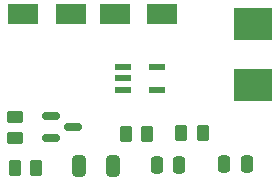
<source format=gtp>
%TF.GenerationSoftware,KiCad,Pcbnew,9.0.1*%
%TF.CreationDate,2025-08-14T16:00:01+05:30*%
%TF.ProjectId,TinySolarSupply,54696e79-536f-46c6-9172-537570706c79,rev?*%
%TF.SameCoordinates,Original*%
%TF.FileFunction,Paste,Top*%
%TF.FilePolarity,Positive*%
%FSLAX46Y46*%
G04 Gerber Fmt 4.6, Leading zero omitted, Abs format (unit mm)*
G04 Created by KiCad (PCBNEW 9.0.1) date 2025-08-14 16:00:01*
%MOMM*%
%LPD*%
G01*
G04 APERTURE LIST*
G04 Aperture macros list*
%AMRoundRect*
0 Rectangle with rounded corners*
0 $1 Rounding radius*
0 $2 $3 $4 $5 $6 $7 $8 $9 X,Y pos of 4 corners*
0 Add a 4 corners polygon primitive as box body*
4,1,4,$2,$3,$4,$5,$6,$7,$8,$9,$2,$3,0*
0 Add four circle primitives for the rounded corners*
1,1,$1+$1,$2,$3*
1,1,$1+$1,$4,$5*
1,1,$1+$1,$6,$7*
1,1,$1+$1,$8,$9*
0 Add four rect primitives between the rounded corners*
20,1,$1+$1,$2,$3,$4,$5,0*
20,1,$1+$1,$4,$5,$6,$7,0*
20,1,$1+$1,$6,$7,$8,$9,0*
20,1,$1+$1,$8,$9,$2,$3,0*%
G04 Aperture macros list end*
%ADD10RoundRect,0.250000X-0.450000X0.262500X-0.450000X-0.262500X0.450000X-0.262500X0.450000X0.262500X0*%
%ADD11R,2.500000X1.700000*%
%ADD12R,1.384300X0.558800*%
%ADD13RoundRect,0.250000X-0.262500X-0.450000X0.262500X-0.450000X0.262500X0.450000X-0.262500X0.450000X0*%
%ADD14RoundRect,0.250000X-0.250000X-0.475000X0.250000X-0.475000X0.250000X0.475000X-0.250000X0.475000X0*%
%ADD15R,3.302000X2.667000*%
%ADD16RoundRect,0.250000X0.325000X0.650000X-0.325000X0.650000X-0.325000X-0.650000X0.325000X-0.650000X0*%
%ADD17RoundRect,0.150000X-0.587500X-0.150000X0.587500X-0.150000X0.587500X0.150000X-0.587500X0.150000X0*%
G04 APERTURE END LIST*
D10*
%TO.C,R3*%
X107975400Y-111076100D03*
X107975400Y-112901100D03*
%TD*%
D11*
%TO.C,D1*%
X116414800Y-102374900D03*
X120414800Y-102374900D03*
%TD*%
D12*
%TO.C,U1*%
X117100350Y-106898399D03*
X117100350Y-107848400D03*
X117100350Y-108798401D03*
X120034050Y-108798401D03*
X120034050Y-106898399D03*
%TD*%
D13*
%TO.C,R4*%
X107951900Y-115439800D03*
X109776900Y-115439800D03*
%TD*%
D11*
%TO.C,D2*%
X108684400Y-102374900D03*
X112684400Y-102374900D03*
%TD*%
D14*
%TO.C,C3*%
X120004800Y-115214400D03*
X121904800Y-115214400D03*
%TD*%
D13*
%TO.C,R2*%
X117349900Y-112522000D03*
X119174900Y-112522000D03*
%TD*%
D15*
%TO.C,L1*%
X128143000Y-103251000D03*
X128143000Y-108381800D03*
%TD*%
D13*
%TO.C,R1*%
X122048900Y-112496600D03*
X123873900Y-112496600D03*
%TD*%
D14*
%TO.C,C1*%
X125694400Y-115112800D03*
X127594400Y-115112800D03*
%TD*%
D16*
%TO.C,C2*%
X116308400Y-115265200D03*
X113358400Y-115265200D03*
%TD*%
D17*
%TO.C,Q1*%
X111025700Y-110999100D03*
X111025700Y-112899100D03*
X112900700Y-111949100D03*
%TD*%
M02*

</source>
